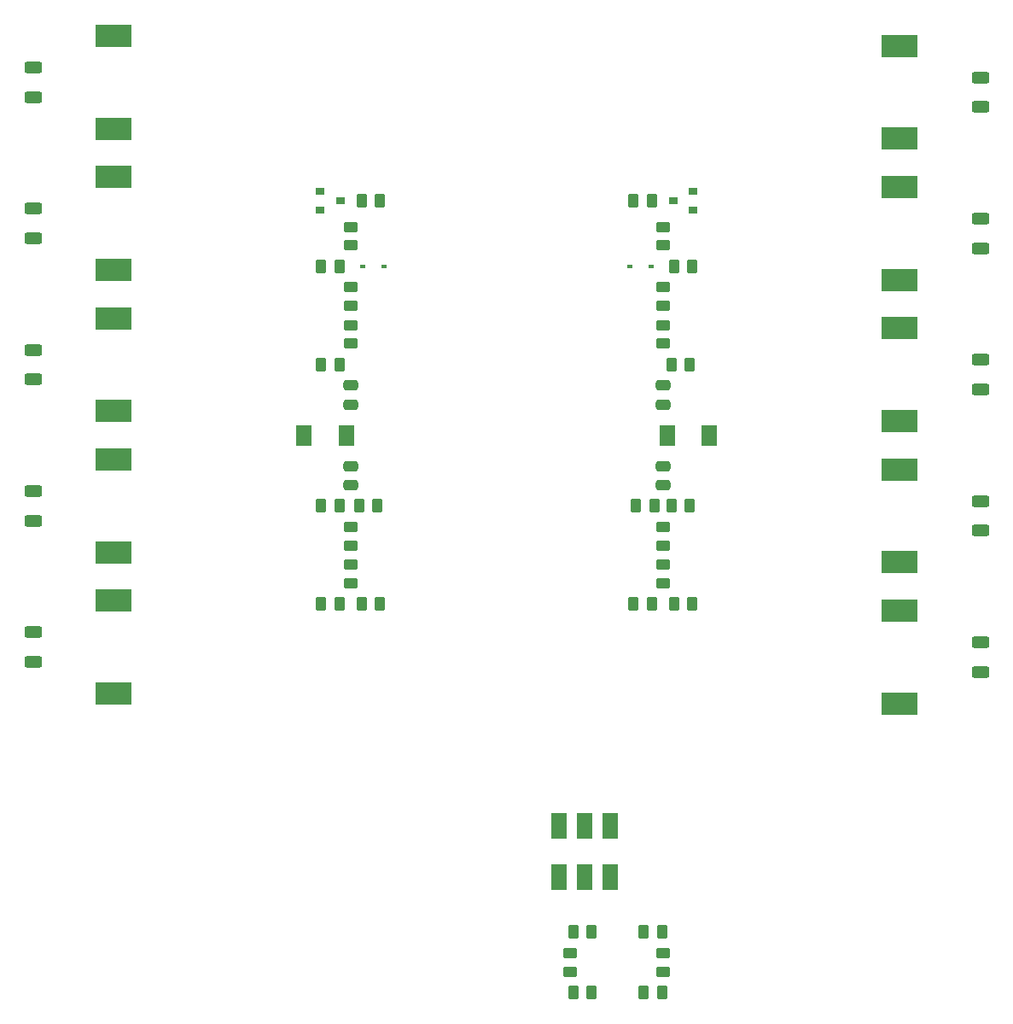
<source format=gbr>
%TF.GenerationSoftware,KiCad,Pcbnew,8.0.6*%
%TF.CreationDate,2024-12-10T22:17:20+01:00*%
%TF.ProjectId,lisn-pcb,6c69736e-2d70-4636-922e-6b696361645f,rev?*%
%TF.SameCoordinates,Original*%
%TF.FileFunction,Paste,Top*%
%TF.FilePolarity,Positive*%
%FSLAX46Y46*%
G04 Gerber Fmt 4.6, Leading zero omitted, Abs format (unit mm)*
G04 Created by KiCad (PCBNEW 8.0.6) date 2024-12-10 22:17:20*
%MOMM*%
%LPD*%
G01*
G04 APERTURE LIST*
G04 Aperture macros list*
%AMRoundRect*
0 Rectangle with rounded corners*
0 $1 Rounding radius*
0 $2 $3 $4 $5 $6 $7 $8 $9 X,Y pos of 4 corners*
0 Add a 4 corners polygon primitive as box body*
4,1,4,$2,$3,$4,$5,$6,$7,$8,$9,$2,$3,0*
0 Add four circle primitives for the rounded corners*
1,1,$1+$1,$2,$3*
1,1,$1+$1,$4,$5*
1,1,$1+$1,$6,$7*
1,1,$1+$1,$8,$9*
0 Add four rect primitives between the rounded corners*
20,1,$1+$1,$2,$3,$4,$5,0*
20,1,$1+$1,$4,$5,$6,$7,0*
20,1,$1+$1,$6,$7,$8,$9,0*
20,1,$1+$1,$8,$9,$2,$3,0*%
G04 Aperture macros list end*
%ADD10RoundRect,0.250000X-0.475000X0.250000X-0.475000X-0.250000X0.475000X-0.250000X0.475000X0.250000X0*%
%ADD11R,0.600000X0.450000*%
%ADD12R,0.900000X0.800000*%
%ADD13R,1.650000X2.000000*%
%ADD14R,3.600000X2.300000*%
%ADD15RoundRect,0.249999X0.262501X0.450001X-0.262501X0.450001X-0.262501X-0.450001X0.262501X-0.450001X0*%
%ADD16RoundRect,0.249999X-0.450001X0.262501X-0.450001X-0.262501X0.450001X-0.262501X0.450001X0.262501X0*%
%ADD17RoundRect,0.249999X-0.262501X-0.450001X0.262501X-0.450001X0.262501X0.450001X-0.262501X0.450001X0*%
%ADD18RoundRect,0.249999X0.450001X-0.262501X0.450001X0.262501X-0.450001X0.262501X-0.450001X-0.262501X0*%
%ADD19RoundRect,0.249999X0.625001X-0.312501X0.625001X0.312501X-0.625001X0.312501X-0.625001X-0.312501X0*%
%ADD20R,1.650000X2.540000*%
G04 APERTURE END LIST*
D10*
%TO.C,C7*%
X164500000Y-134950000D03*
X164500000Y-133050000D03*
%TD*%
%TO.C,C8*%
X164500000Y-126950000D03*
X164500000Y-125050000D03*
%TD*%
%TO.C,C10*%
X195500000Y-134950000D03*
X195500000Y-133050000D03*
%TD*%
%TO.C,C11*%
X195500000Y-126950000D03*
X195500000Y-125050000D03*
%TD*%
D11*
%TO.C,D1*%
X167800000Y-113250000D03*
X165700000Y-113250000D03*
%TD*%
D12*
%TO.C,D2*%
X163500000Y-106750000D03*
X161500000Y-107700000D03*
X161500000Y-105800000D03*
%TD*%
D11*
%TO.C,D3*%
X192200000Y-113250000D03*
X194300000Y-113250000D03*
%TD*%
D12*
%TO.C,D4*%
X196500000Y-106750000D03*
X198500000Y-105800000D03*
X198500000Y-107700000D03*
%TD*%
D13*
%TO.C,L1*%
X159900000Y-130000000D03*
X164100000Y-130000000D03*
%TD*%
D14*
%TO.C,L2*%
X141000000Y-99600000D03*
X141000000Y-90400000D03*
%TD*%
%TO.C,L3*%
X141000000Y-113600000D03*
X141000000Y-104400000D03*
%TD*%
%TO.C,L4*%
X141000000Y-127600000D03*
X141000000Y-118400000D03*
%TD*%
%TO.C,L5*%
X141000000Y-141600000D03*
X141000000Y-132400000D03*
%TD*%
%TO.C,L6*%
X141000000Y-155600000D03*
X141000000Y-146400000D03*
%TD*%
D13*
%TO.C,L7*%
X200100000Y-130000000D03*
X195900000Y-130000000D03*
%TD*%
D15*
%TO.C,R3*%
X193587500Y-179250000D03*
X195412500Y-179250000D03*
%TD*%
D16*
%TO.C,R4*%
X195500000Y-183162500D03*
X195500000Y-181337500D03*
%TD*%
D17*
%TO.C,R5*%
X188412500Y-179250000D03*
X186587500Y-179250000D03*
%TD*%
D15*
%TO.C,R6*%
X193587500Y-185250000D03*
X195412500Y-185250000D03*
%TD*%
D16*
%TO.C,R7*%
X186250000Y-183162500D03*
X186250000Y-181337500D03*
%TD*%
D17*
%TO.C,R8*%
X188412500Y-185250000D03*
X186587500Y-185250000D03*
%TD*%
D15*
%TO.C,R9*%
X161587500Y-146750000D03*
X163412500Y-146750000D03*
%TD*%
D17*
%TO.C,R10*%
X167412500Y-146750000D03*
X165587500Y-146750000D03*
%TD*%
D16*
%TO.C,R11*%
X164500000Y-144662500D03*
X164500000Y-142837500D03*
%TD*%
%TO.C,R12*%
X164500000Y-140912500D03*
X164500000Y-139087500D03*
%TD*%
D17*
%TO.C,R13*%
X167162500Y-137000000D03*
X165337500Y-137000000D03*
%TD*%
D15*
%TO.C,R14*%
X161587500Y-137000000D03*
X163412500Y-137000000D03*
%TD*%
%TO.C,R15*%
X161587500Y-123000000D03*
X163412500Y-123000000D03*
%TD*%
D18*
%TO.C,R16*%
X164500000Y-119087500D03*
X164500000Y-120912500D03*
%TD*%
%TO.C,R17*%
X164500000Y-115337500D03*
X164500000Y-117162500D03*
%TD*%
D15*
%TO.C,R18*%
X161587500Y-113250000D03*
X163412500Y-113250000D03*
%TD*%
D16*
%TO.C,R19*%
X164500000Y-111162500D03*
X164500000Y-109337500D03*
%TD*%
D17*
%TO.C,R20*%
X167412500Y-106750000D03*
X165587500Y-106750000D03*
%TD*%
D19*
%TO.C,R21*%
X133000000Y-93537500D03*
X133000000Y-96462500D03*
%TD*%
%TO.C,R22*%
X133000000Y-107537500D03*
X133000000Y-110462500D03*
%TD*%
%TO.C,R23*%
X133000000Y-121537500D03*
X133000000Y-124462500D03*
%TD*%
%TO.C,R24*%
X133000000Y-135537500D03*
X133000000Y-138462500D03*
%TD*%
%TO.C,R25*%
X133000000Y-149537500D03*
X133000000Y-152462500D03*
%TD*%
D15*
%TO.C,R26*%
X192587500Y-146750000D03*
X194412500Y-146750000D03*
%TD*%
D17*
%TO.C,R27*%
X198412500Y-146750000D03*
X196587500Y-146750000D03*
%TD*%
D16*
%TO.C,R28*%
X195500000Y-144662500D03*
X195500000Y-142837500D03*
%TD*%
%TO.C,R29*%
X195500000Y-140912500D03*
X195500000Y-139087500D03*
%TD*%
D15*
%TO.C,R30*%
X192837500Y-137000000D03*
X194662500Y-137000000D03*
%TD*%
D17*
%TO.C,R31*%
X198162500Y-137000000D03*
X196337500Y-137000000D03*
%TD*%
%TO.C,R32*%
X198162500Y-123000000D03*
X196337500Y-123000000D03*
%TD*%
D18*
%TO.C,R33*%
X195500000Y-119087500D03*
X195500000Y-120912500D03*
%TD*%
%TO.C,R34*%
X195500000Y-115337500D03*
X195500000Y-117162500D03*
%TD*%
D17*
%TO.C,R35*%
X198412500Y-113250000D03*
X196587500Y-113250000D03*
%TD*%
D16*
%TO.C,R36*%
X195500000Y-111162500D03*
X195500000Y-109337500D03*
%TD*%
D15*
%TO.C,R37*%
X192587500Y-106750000D03*
X194412500Y-106750000D03*
%TD*%
D20*
%TO.C,TR1*%
X185210000Y-173790000D03*
X187750000Y-173790000D03*
X190290000Y-173790000D03*
X190290000Y-168710000D03*
X187750000Y-168710000D03*
X185210000Y-168710000D03*
%TD*%
D14*
%TO.C,L11*%
X219000000Y-142600000D03*
X219000000Y-133400000D03*
%TD*%
%TO.C,L9*%
X219000000Y-114600000D03*
X219000000Y-105400000D03*
%TD*%
%TO.C,L12*%
X219000000Y-156600000D03*
X219000000Y-147400000D03*
%TD*%
%TO.C,L10*%
X219000000Y-128600000D03*
X219000000Y-119400000D03*
%TD*%
%TO.C,L8*%
X219000000Y-100600000D03*
X219000000Y-91400000D03*
%TD*%
D19*
%TO.C,R42*%
X227000000Y-150537500D03*
X227000000Y-153462500D03*
%TD*%
%TO.C,R38*%
X227000000Y-94537500D03*
X227000000Y-97462500D03*
%TD*%
%TO.C,R40*%
X227000000Y-122537500D03*
X227000000Y-125462500D03*
%TD*%
%TO.C,R39*%
X227000000Y-108537500D03*
X227000000Y-111462500D03*
%TD*%
%TO.C,R41*%
X227000000Y-136537500D03*
X227000000Y-139462500D03*
%TD*%
M02*

</source>
